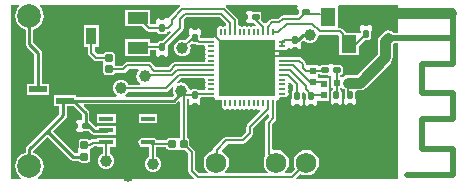
<source format=gtl>
G04 Layer_Physical_Order=1*
G04 Layer_Color=255*
%FSLAX44Y44*%
%MOMM*%
G71*
G01*
G75*
G04:AMPARAMS|DCode=10|XSize=0.5mm|YSize=0.6mm|CornerRadius=0.05mm|HoleSize=0mm|Usage=FLASHONLY|Rotation=0.000|XOffset=0mm|YOffset=0mm|HoleType=Round|Shape=RoundedRectangle|*
%AMROUNDEDRECTD10*
21,1,0.5000,0.5000,0,0,0.0*
21,1,0.4000,0.6000,0,0,0.0*
1,1,0.1000,0.2000,-0.2500*
1,1,0.1000,-0.2000,-0.2500*
1,1,0.1000,-0.2000,0.2500*
1,1,0.1000,0.2000,0.2500*
%
%ADD10ROUNDEDRECTD10*%
G04:AMPARAMS|DCode=11|XSize=0.5mm|YSize=0.6mm|CornerRadius=0.05mm|HoleSize=0mm|Usage=FLASHONLY|Rotation=270.000|XOffset=0mm|YOffset=0mm|HoleType=Round|Shape=RoundedRectangle|*
%AMROUNDEDRECTD11*
21,1,0.5000,0.5000,0,0,270.0*
21,1,0.4000,0.6000,0,0,270.0*
1,1,0.1000,-0.2500,-0.2000*
1,1,0.1000,-0.2500,0.2000*
1,1,0.1000,0.2500,0.2000*
1,1,0.1000,0.2500,-0.2000*
%
%ADD11ROUNDEDRECTD11*%
%ADD12R,0.5000X0.6000*%
G04:AMPARAMS|DCode=13|XSize=0.6mm|YSize=0.6mm|CornerRadius=0.06mm|HoleSize=0mm|Usage=FLASHONLY|Rotation=270.000|XOffset=0mm|YOffset=0mm|HoleType=Round|Shape=RoundedRectangle|*
%AMROUNDEDRECTD13*
21,1,0.6000,0.4800,0,0,270.0*
21,1,0.4800,0.6000,0,0,270.0*
1,1,0.1200,-0.2400,-0.2400*
1,1,0.1200,-0.2400,0.2400*
1,1,0.1200,0.2400,0.2400*
1,1,0.1200,0.2400,-0.2400*
%
%ADD13ROUNDEDRECTD13*%
G04:AMPARAMS|DCode=14|XSize=0.6mm|YSize=0.6mm|CornerRadius=0.06mm|HoleSize=0mm|Usage=FLASHONLY|Rotation=180.000|XOffset=0mm|YOffset=0mm|HoleType=Round|Shape=RoundedRectangle|*
%AMROUNDEDRECTD14*
21,1,0.6000,0.4800,0,0,180.0*
21,1,0.4800,0.6000,0,0,180.0*
1,1,0.1200,-0.2400,0.2400*
1,1,0.1200,0.2400,0.2400*
1,1,0.1200,0.2400,-0.2400*
1,1,0.1200,-0.2400,-0.2400*
%
%ADD14ROUNDEDRECTD14*%
%ADD15R,0.9000X1.4500*%
%ADD16R,1.4000X2.5000*%
%ADD17O,1.2000X0.4000*%
%ADD18R,1.2000X0.4000*%
%ADD19R,0.6000X0.5000*%
%ADD20O,0.6500X0.2000*%
%ADD21O,0.2000X0.6500*%
%ADD22R,4.7000X4.7000*%
%ADD23R,1.3000X1.5000*%
%ADD24R,1.5000X0.6000*%
%ADD25R,1.8000X1.0000*%
%ADD26C,0.2032*%
%ADD27C,0.2540*%
%ADD28C,0.2040*%
%ADD29C,0.9100*%
%ADD30C,0.9000*%
%ADD31C,0.5000*%
%ADD32C,0.2000*%
%ADD33C,1.7500*%
%ADD34C,2.0000*%
%ADD35C,1.0000*%
%ADD36C,0.6600*%
G36*
X947454Y641230D02*
X946670Y640446D01*
Y633602D01*
X935066D01*
X933926Y633376D01*
X932960Y632730D01*
X930952Y630722D01*
X926310D01*
X925978Y630788D01*
X924838Y630561D01*
X923872Y629916D01*
X920962Y627005D01*
X919268Y626903D01*
X916709Y629462D01*
X916771Y629556D01*
X916958Y630494D01*
Y634494D01*
X916771Y635432D01*
X916240Y636228D01*
X915444Y636759D01*
X914506Y636946D01*
X909554D01*
X909006Y637494D01*
X905006D01*
X903756Y636244D01*
Y628744D01*
X905006Y627494D01*
X909006D01*
X909006Y627494D01*
X909006Y627494D01*
X910235Y627513D01*
X912050Y625697D01*
X911910Y625391D01*
X911302Y624650D01*
X910416Y624826D01*
X909282Y624600D01*
X908416Y624021D01*
X907549Y624600D01*
X906416Y624826D01*
X905282Y624600D01*
X904416Y624021D01*
X903549Y624600D01*
X902416Y624826D01*
X901282Y624600D01*
X900416Y624021D01*
X899549Y624600D01*
X898416Y624826D01*
X898380Y624819D01*
X897398Y625624D01*
Y629584D01*
X897398Y629584D01*
X897171Y630726D01*
X896525Y631693D01*
X896525Y631693D01*
X887109Y641109D01*
X886927Y641230D01*
X887313Y642500D01*
X946928D01*
X947454Y641230D01*
D02*
G37*
G36*
X1032500Y618999D02*
X1029181D01*
X1029073Y619162D01*
X1026938Y620588D01*
X1024419Y621090D01*
X1021900Y620588D01*
X1019765Y619162D01*
X1017148Y616545D01*
X1015722Y614410D01*
X1015220Y611891D01*
X1015220Y611891D01*
Y600814D01*
X997740Y583334D01*
X990480D01*
X987961Y582832D01*
X986395Y581786D01*
X985385Y581157D01*
Y581157D01*
X983806D01*
Y583063D01*
X984266Y583155D01*
X985062Y583686D01*
X985593Y584482D01*
X985780Y585420D01*
Y589420D01*
X985593Y590358D01*
X985062Y591154D01*
X984266Y591685D01*
X983328Y591872D01*
X978376D01*
X977828Y592420D01*
X973828D01*
X973280Y591872D01*
X968328D01*
X967390Y591685D01*
X966594Y591154D01*
X966181Y590535D01*
X965459Y590562D01*
X964911Y590746D01*
Y591851D01*
X956101D01*
X956101Y591851D01*
Y591851D01*
X956101Y591851D01*
X954930Y592091D01*
Y592246D01*
X954704Y593386D01*
X954058Y594352D01*
X950940Y597470D01*
X949974Y598116D01*
X948834Y598342D01*
X934666D01*
X934584Y598326D01*
X932416D01*
X931886Y598761D01*
Y603967D01*
X932416Y604402D01*
X934584D01*
X934666Y604386D01*
X934748Y604402D01*
X936916D01*
X938049Y604627D01*
X939010Y605270D01*
X939459Y605942D01*
X940606Y606025D01*
X940885Y605965D01*
X941852Y604998D01*
X949352D01*
X950602Y606248D01*
Y610248D01*
X950310Y610540D01*
X950351Y610959D01*
X951529Y612137D01*
X952796Y612054D01*
X952869Y611959D01*
X954312Y610853D01*
X955991Y610157D01*
X957794Y609919D01*
X959597Y610157D01*
X961276Y610853D01*
X962719Y611959D01*
X963826Y613402D01*
X964521Y615081D01*
X964708Y616499D01*
X965555Y617275D01*
X965962Y617476D01*
X966242Y617420D01*
X981936D01*
X982765Y616591D01*
Y599743D01*
X999575D01*
Y607797D01*
X1004552Y612774D01*
X1007292D01*
X1008230Y612961D01*
X1009026Y613492D01*
X1009557Y614288D01*
X1009744Y615226D01*
Y620178D01*
X1010292Y620726D01*
Y624726D01*
X1009042Y625976D01*
X1001542D01*
X1000292Y624726D01*
Y620726D01*
X1000840Y620178D01*
Y618565D01*
X999575Y618553D01*
X999575Y618553D01*
X999575Y618553D01*
X989227D01*
X985276Y622504D01*
X984309Y623149D01*
X983170Y623376D01*
X982473D01*
X981574Y624274D01*
Y641553D01*
X982354Y642500D01*
X1032500D01*
Y618999D01*
D02*
G37*
G36*
X868962Y579404D02*
X868954Y579364D01*
X869179Y578231D01*
X869758Y577364D01*
X869179Y576497D01*
X868954Y575364D01*
X869179Y574231D01*
X869758Y573364D01*
X869179Y572497D01*
X868954Y571364D01*
X868965Y571308D01*
X868159Y570326D01*
X863860D01*
X863196Y570769D01*
X862258Y570956D01*
X858258D01*
X857320Y570769D01*
X857158Y570662D01*
X855798Y571264D01*
X855727Y571803D01*
X855032Y573482D01*
X853925Y574925D01*
X852482Y576031D01*
X850803Y576727D01*
X849000Y576965D01*
X847197Y576727D01*
X846408Y576400D01*
X845689Y577477D01*
X848598Y580386D01*
X868156D01*
X868962Y579404D01*
D02*
G37*
G36*
X1032500Y495000D02*
X946871D01*
X946385Y496173D01*
X949823Y499611D01*
X952218Y498619D01*
X955000Y498253D01*
X957782Y498619D01*
X960374Y499693D01*
X962599Y501401D01*
X964307Y503627D01*
X965381Y506218D01*
X965747Y509000D01*
X965381Y511782D01*
X964307Y514374D01*
X962599Y516599D01*
X960374Y518307D01*
X957782Y519381D01*
X955000Y519747D01*
X952218Y519381D01*
X949626Y518307D01*
X947401Y516599D01*
X945693Y514374D01*
X944619Y511782D01*
X944253Y509000D01*
X944619Y506218D01*
X945611Y503823D01*
X941766Y499978D01*
X937321D01*
X936913Y501181D01*
X937199Y501401D01*
X938907Y503627D01*
X939981Y506218D01*
X940347Y509000D01*
X939981Y511782D01*
X938907Y514374D01*
X937199Y516599D01*
X934974Y518307D01*
X932382Y519381D01*
X929600Y519747D01*
X927252Y519438D01*
X925982Y520253D01*
Y541765D01*
X928524Y544307D01*
X928524Y544307D01*
X929171Y545274D01*
X929398Y546416D01*
Y559114D01*
X929378Y559216D01*
Y561364D01*
X930124Y562274D01*
X931378D01*
X931886Y562782D01*
Y563968D01*
X932416Y564402D01*
X936916D01*
X938049Y564628D01*
X939010Y565270D01*
X939652Y566231D01*
X939877Y567364D01*
X939652Y568498D01*
X939073Y569364D01*
X939652Y570231D01*
X939877Y571364D01*
X939652Y572497D01*
X939073Y573364D01*
X939652Y574231D01*
X939877Y575364D01*
X939684Y576335D01*
X939728Y576628D01*
X939870Y576872D01*
X941459Y577079D01*
X943894Y574644D01*
Y570235D01*
X943138Y569730D01*
X942607Y568934D01*
X942420Y567996D01*
Y563044D01*
X941872Y562496D01*
Y558496D01*
X943122Y557246D01*
X950622D01*
X951872Y558496D01*
Y562496D01*
X951324Y563044D01*
Y567996D01*
X951305Y568091D01*
X952476Y568716D01*
X954304Y566888D01*
Y562994D01*
X953756Y562446D01*
Y558446D01*
X955006Y557196D01*
X962506D01*
X963756Y558446D01*
Y561348D01*
X965026Y562390D01*
X965101Y562375D01*
Y561041D01*
X973911D01*
Y570851D01*
X973911D01*
Y571041D01*
X973911D01*
Y580851D01*
X965104D01*
X964922Y581973D01*
X964911Y582042D01*
Y583968D01*
X966406D01*
X966594Y583686D01*
X967390Y583155D01*
X968328Y582968D01*
X973280D01*
X973828Y582420D01*
X975558D01*
X975575Y581157D01*
X975575Y581157D01*
X975575Y581157D01*
Y572347D01*
X977850D01*
Y571101D01*
X977462Y571023D01*
X976666Y570492D01*
X976134Y569696D01*
X975948Y568758D01*
Y563806D01*
X975400Y563258D01*
Y559258D01*
X976650Y558008D01*
X984150D01*
X985400Y559258D01*
Y563258D01*
X984852Y563806D01*
Y568758D01*
X984665Y569696D01*
X984134Y570492D01*
X983806Y570711D01*
Y572347D01*
X985385D01*
Y572347D01*
X986395Y571718D01*
X987502Y570979D01*
Y567862D01*
X987632Y567208D01*
Y563806D01*
X987084Y563258D01*
Y559258D01*
X988334Y558008D01*
X995834D01*
X997084Y559258D01*
Y563258D01*
X996536Y563806D01*
Y568758D01*
X996508Y568900D01*
X997444Y570171D01*
X1000466D01*
X1000466Y570171D01*
X1002985Y570672D01*
X1005120Y572098D01*
X1026456Y593434D01*
X1027883Y595569D01*
X1028383Y598088D01*
X1028383Y598088D01*
Y609165D01*
X1029073Y609854D01*
X1029181Y610017D01*
X1032500D01*
Y495000D01*
D02*
G37*
G36*
X848073Y641230D02*
X847891Y641109D01*
X847891Y641109D01*
X838891Y632109D01*
X838409Y631387D01*
X837392Y631092D01*
X836935Y631065D01*
X836750Y631250D01*
X829250D01*
X828000Y630000D01*
Y626000D01*
X827993Y625982D01*
X823235D01*
X822905Y626313D01*
Y638405D01*
X801095D01*
Y624595D01*
X816187D01*
X819891Y620891D01*
X819891Y620891D01*
X820859Y620245D01*
X822000Y620018D01*
X822000Y620018D01*
X828644D01*
X828735Y619562D01*
X829266Y618766D01*
X830062Y618235D01*
X831000Y618048D01*
X835000D01*
X835938Y618235D01*
X836734Y618766D01*
X837265Y619562D01*
X838000Y620018D01*
X839141Y620245D01*
X839412Y620426D01*
X840221Y619439D01*
X832735Y611952D01*
X831000D01*
X830062Y611765D01*
X829266Y611234D01*
X828735Y610438D01*
X828644Y609982D01*
X822905D01*
Y613405D01*
X801095D01*
Y599595D01*
X822905D01*
Y604018D01*
X827993D01*
X828000Y604000D01*
Y600000D01*
X829250Y598750D01*
X836750D01*
X838000Y600000D01*
Y604000D01*
X837452Y604548D01*
Y608234D01*
X850109Y620891D01*
X850109Y620891D01*
X850755Y621859D01*
X850982Y623000D01*
X850982Y623000D01*
Y629765D01*
X853195Y631978D01*
X881765D01*
X887018Y626724D01*
X886984Y625874D01*
X886416Y624826D01*
X885282Y624600D01*
X884416Y624021D01*
X883549Y624600D01*
X882416Y624826D01*
X881282Y624600D01*
X880321Y623958D01*
X879679Y622997D01*
X879454Y621864D01*
Y617364D01*
X879650Y616376D01*
X879571Y616074D01*
X878903Y615106D01*
X877276D01*
Y615106D01*
X876296Y614332D01*
X876006Y614340D01*
X875752Y614390D01*
X865012D01*
X864964Y614438D01*
Y617130D01*
X865478Y617644D01*
X865512Y617678D01*
Y621678D01*
X864262Y622928D01*
X856762D01*
X855512Y621678D01*
Y617678D01*
X856060Y617130D01*
Y616272D01*
X852307Y612519D01*
X851803Y612727D01*
X850000Y612965D01*
X848197Y612727D01*
X846518Y612032D01*
X845075Y610925D01*
X843969Y609482D01*
X843273Y607803D01*
X843035Y606000D01*
X843273Y604197D01*
X843969Y602518D01*
X845075Y601075D01*
X846518Y599968D01*
X848197Y599273D01*
X850000Y599035D01*
X851803Y599273D01*
X853482Y599968D01*
X854925Y601075D01*
X856031Y602518D01*
X856727Y604197D01*
X856965Y606000D01*
X856727Y607803D01*
X856518Y608307D01*
X858033Y609821D01*
X858512Y609726D01*
X861252D01*
X861672Y609306D01*
X862638Y608660D01*
X863778Y608434D01*
X868166D01*
X868971Y607452D01*
X868954Y607364D01*
X869179Y606231D01*
X869758Y605364D01*
X869179Y604497D01*
X868954Y603364D01*
X869179Y602230D01*
X869758Y601364D01*
X869179Y600498D01*
X868954Y599364D01*
X869179Y598231D01*
X869758Y597364D01*
X869179Y596497D01*
X868954Y595364D01*
X868961Y595328D01*
X868155Y594346D01*
X843791D01*
X842649Y594119D01*
X841682Y593473D01*
X841682Y593473D01*
X838132Y589923D01*
X827411D01*
X823951Y593384D01*
X822983Y594030D01*
X821842Y594257D01*
X821842Y594257D01*
X803275D01*
X803275Y594257D01*
X802134Y594030D01*
X801166Y593384D01*
X801166Y593384D01*
X798765Y590982D01*
X793007D01*
X793000Y591000D01*
Y595000D01*
X792862Y595138D01*
X792954Y595600D01*
Y600400D01*
X792760Y601377D01*
X792206Y602206D01*
X791377Y602760D01*
X790400Y602954D01*
X785600D01*
X784623Y602760D01*
X783794Y602206D01*
X783240Y601377D01*
X783162Y600982D01*
X778235D01*
X775982Y603235D01*
Y606845D01*
X779405D01*
Y625155D01*
X766595D01*
Y606845D01*
X770018D01*
Y602000D01*
X770018Y602000D01*
X770245Y600859D01*
X770891Y599891D01*
X774891Y595891D01*
X774891Y595891D01*
X775859Y595245D01*
X777000Y595018D01*
X782993D01*
X783000Y595000D01*
Y591000D01*
X783138Y590862D01*
X783046Y590400D01*
Y585600D01*
X783240Y584623D01*
X783794Y583794D01*
X784623Y583240D01*
X785600Y583046D01*
X790400D01*
X791377Y583240D01*
X792206Y583794D01*
X792760Y584623D01*
X792838Y585018D01*
X800000D01*
X800000Y585018D01*
X801141Y585245D01*
X802109Y585891D01*
X804510Y588293D01*
X812772D01*
X813203Y587023D01*
X813075Y586925D01*
X811969Y585482D01*
X811273Y583803D01*
X811035Y582000D01*
X811273Y580197D01*
X811969Y578518D01*
X813075Y577075D01*
X814153Y576248D01*
X813722Y574978D01*
X804240D01*
X804032Y575482D01*
X802925Y576925D01*
X801482Y578032D01*
X799803Y578727D01*
X798000Y578965D01*
X796197Y578727D01*
X794518Y578032D01*
X793075Y576925D01*
X791969Y575482D01*
X791273Y573803D01*
X791035Y572000D01*
X791273Y570197D01*
X791969Y568518D01*
X793075Y567075D01*
X794467Y566007D01*
X794479Y565880D01*
X794083Y564737D01*
X759905D01*
Y566405D01*
X741095D01*
Y556595D01*
X745763D01*
Y550341D01*
X733711Y538289D01*
X718211Y522789D01*
X717509Y521739D01*
X717263Y520500D01*
Y517545D01*
X714496Y516399D01*
X712009Y514491D01*
X710101Y512004D01*
X708901Y509108D01*
X708492Y506000D01*
X708901Y502892D01*
X710101Y499996D01*
X712009Y497509D01*
X713624Y496270D01*
X713193Y495000D01*
X705000D01*
Y642500D01*
X711411D01*
X711809Y641230D01*
X710101Y639004D01*
X708901Y636108D01*
X708492Y633000D01*
X708901Y629892D01*
X710101Y626996D01*
X712009Y624509D01*
X714496Y622601D01*
X717263Y621455D01*
Y609500D01*
X717509Y608261D01*
X718211Y607211D01*
X724763Y600659D01*
Y575905D01*
X718095D01*
Y566095D01*
X736905D01*
Y575905D01*
X731237D01*
Y602000D01*
X730991Y603239D01*
X730289Y604289D01*
X723737Y610841D01*
Y621455D01*
X726504Y622601D01*
X728991Y624509D01*
X730899Y626996D01*
X732099Y629892D01*
X732508Y633000D01*
X732099Y636108D01*
X730899Y639004D01*
X729191Y641230D01*
X729589Y642500D01*
X847687D01*
X848073Y641230D01*
D02*
G37*
G36*
X842600Y572592D02*
X842273Y571803D01*
X842035Y570000D01*
X842273Y568197D01*
X842960Y566538D01*
X841159Y564737D01*
X801917D01*
X801521Y565880D01*
X801533Y566007D01*
X802925Y567075D01*
X804032Y568518D01*
X804240Y569022D01*
X836000D01*
X837140Y569249D01*
X838106Y569894D01*
X841523Y573311D01*
X842600Y572592D01*
D02*
G37*
G36*
X877276Y563696D02*
Y562274D01*
X882707D01*
X883454Y561364D01*
Y556864D01*
X883679Y555731D01*
X884321Y554770D01*
X885282Y554128D01*
X886416Y553902D01*
X887549Y554128D01*
X888416Y554707D01*
X889282Y554128D01*
X890416Y553902D01*
X891549Y554128D01*
X892416Y554707D01*
X893282Y554128D01*
X894416Y553902D01*
X895549Y554128D01*
X896416Y554707D01*
X897282Y554128D01*
X898416Y553902D01*
X899549Y554128D01*
X900416Y554707D01*
X901282Y554128D01*
X902416Y553902D01*
X903549Y554128D01*
X904416Y554707D01*
X905282Y554128D01*
X906416Y553902D01*
X907549Y554128D01*
X908416Y554707D01*
X909282Y554128D01*
X910416Y553902D01*
X911549Y554128D01*
X912416Y554707D01*
X913282Y554128D01*
X914416Y553902D01*
X915247Y554067D01*
X915651Y553872D01*
X915956Y552584D01*
X915868Y552293D01*
X904966Y541391D01*
X904320Y540424D01*
X904093Y539283D01*
X904093Y539282D01*
Y535310D01*
X899765Y530982D01*
X887000D01*
X887000Y530982D01*
X885859Y530755D01*
X884891Y530109D01*
X884891Y530109D01*
X876891Y522109D01*
X876245Y521141D01*
X876018Y520000D01*
X876018Y520000D01*
Y519380D01*
X873427Y518307D01*
X871201Y516599D01*
X869493Y514374D01*
X868419Y511782D01*
X868053Y509000D01*
X868419Y506218D01*
X869493Y503627D01*
X871201Y501401D01*
X871487Y501181D01*
X871079Y499978D01*
X864234D01*
X860978Y503234D01*
Y518000D01*
X860751Y519140D01*
X860106Y520106D01*
X855954Y524258D01*
Y527400D01*
X855760Y528377D01*
X855206Y529206D01*
X854377Y529760D01*
X853978Y529839D01*
Y563026D01*
X855249D01*
X855258Y563004D01*
Y559004D01*
X856508Y557754D01*
X864008D01*
X865258Y559004D01*
Y563004D01*
X865130Y563132D01*
X865656Y564402D01*
X876416D01*
X877276Y563696D01*
D02*
G37*
G36*
X848022Y560784D02*
Y530009D01*
X848000Y530000D01*
X844000D01*
X843862Y529862D01*
X843400Y529954D01*
X838600D01*
X837623Y529760D01*
X836794Y529206D01*
X836240Y528377D01*
X836161Y527978D01*
X828292D01*
X827565Y529065D01*
X826274Y529928D01*
X824750Y530232D01*
X816750D01*
X815226Y529928D01*
X813935Y529065D01*
X813072Y527774D01*
X812768Y526250D01*
X813072Y524726D01*
X813935Y523435D01*
X815226Y522572D01*
X816750Y522268D01*
X822020D01*
Y514239D01*
X821516Y514030D01*
X820074Y512924D01*
X818967Y511481D01*
X818271Y509801D01*
X818034Y507999D01*
X818271Y506196D01*
X818967Y504517D01*
X820074Y503074D01*
X821516Y501968D01*
X823196Y501272D01*
X824998Y501034D01*
X826801Y501272D01*
X828481Y501968D01*
X829923Y503074D01*
X831030Y504517D01*
X831726Y506196D01*
X831963Y507999D01*
X831726Y509801D01*
X831030Y511481D01*
X829923Y512924D01*
X828481Y514030D01*
X827977Y514239D01*
Y522022D01*
X836161D01*
X836240Y521623D01*
X836794Y520794D01*
X837623Y520240D01*
X838600Y520046D01*
X843400D01*
X843862Y520138D01*
X844000Y520000D01*
X848000D01*
X848138Y520138D01*
X848600Y520046D01*
X851742D01*
X855022Y516766D01*
Y502000D01*
X855248Y500860D01*
X855894Y499894D01*
X859615Y496173D01*
X859129Y495000D01*
X727807D01*
X727376Y496270D01*
X728991Y497509D01*
X730899Y499996D01*
X732099Y502892D01*
X732508Y506000D01*
X732099Y509108D01*
X730899Y512004D01*
X728991Y514491D01*
X726504Y516399D01*
X723737Y517545D01*
Y519159D01*
X735500Y530922D01*
X754711Y511711D01*
X755761Y511009D01*
X757000Y510763D01*
X762212D01*
X762240Y510623D01*
X762794Y509794D01*
X763623Y509240D01*
X764600Y509046D01*
X769400D01*
X770377Y509240D01*
X771206Y509794D01*
X771760Y510623D01*
X771954Y511600D01*
Y516400D01*
X771862Y516862D01*
X772000Y517000D01*
Y520842D01*
X773140Y521248D01*
X773140Y521249D01*
X773140D01*
Y521249D01*
X774106Y521894D01*
X774114Y521902D01*
X775234Y523022D01*
X777595D01*
Y522345D01*
X782522D01*
Y516740D01*
X782018Y516531D01*
X780575Y515425D01*
X779469Y513982D01*
X778773Y512303D01*
X778535Y510500D01*
X778773Y508697D01*
X779469Y507018D01*
X780575Y505575D01*
X782018Y504468D01*
X783697Y503773D01*
X785500Y503535D01*
X787303Y503773D01*
X788982Y504468D01*
X790425Y505575D01*
X791532Y507018D01*
X792227Y508697D01*
X792465Y510500D01*
X792227Y512303D01*
X791532Y513982D01*
X790425Y515425D01*
X788982Y516531D01*
X788478Y516740D01*
Y522345D01*
X793405D01*
Y530155D01*
X777595D01*
Y528978D01*
X774000D01*
X772860Y528751D01*
X771894Y528106D01*
X771229Y528171D01*
X771206Y528206D01*
X770377Y528760D01*
X769400Y528954D01*
X764600D01*
X763623Y528760D01*
X762794Y528206D01*
X762240Y527377D01*
X762046Y526400D01*
Y521600D01*
X762138Y521138D01*
X762000Y521000D01*
Y517237D01*
X758341D01*
X740078Y535500D01*
X751289Y546711D01*
X751991Y547761D01*
X752237Y549000D01*
Y556595D01*
X757827D01*
X764763Y549659D01*
Y545000D01*
X761000D01*
X759750Y543750D01*
Y536250D01*
X761000Y535000D01*
X765000D01*
X765548Y535548D01*
X770500D01*
X770812Y535610D01*
X772711Y533711D01*
X773761Y533009D01*
X775000Y532763D01*
X777595D01*
Y532345D01*
X793405D01*
Y540155D01*
X777595D01*
Y539276D01*
X776325Y539253D01*
X773289Y542289D01*
X772834Y542593D01*
X772765Y542938D01*
X772234Y543734D01*
X771438Y544266D01*
X771237Y544305D01*
Y551000D01*
X770991Y552239D01*
X770289Y553289D01*
X766489Y557089D01*
X766975Y558263D01*
X842500D01*
X843739Y558509D01*
X844789Y559211D01*
X846848Y561270D01*
X848022Y560784D01*
D02*
G37*
G36*
X923433Y549764D02*
Y547651D01*
X920891Y545109D01*
X920245Y544141D01*
X920018Y543000D01*
X920018Y543000D01*
Y516000D01*
X920018Y516000D01*
X920245Y514859D01*
X920441Y514566D01*
X920293Y514374D01*
X919219Y511782D01*
X918853Y509000D01*
X919219Y506218D01*
X920293Y503627D01*
X922001Y501401D01*
X922287Y501181D01*
X921879Y499978D01*
X886521D01*
X886113Y501181D01*
X886399Y501401D01*
X888107Y503627D01*
X889181Y506218D01*
X889547Y509000D01*
X889181Y511782D01*
X888107Y514374D01*
X886399Y516599D01*
X884174Y518307D01*
X883356Y518646D01*
X883109Y519891D01*
X888235Y525018D01*
X901000D01*
X901000Y525018D01*
X902141Y525245D01*
X903109Y525891D01*
X909184Y531966D01*
X909184Y531966D01*
X909830Y532934D01*
X909868Y533123D01*
X910057Y534075D01*
X910057Y534075D01*
Y538047D01*
X922260Y550250D01*
X923433Y549764D01*
D02*
G37*
%LPC*%
G36*
X828905Y550155D02*
X813095D01*
Y542345D01*
X828905D01*
Y550155D01*
D02*
G37*
G36*
X793405D02*
X777595D01*
Y542345D01*
X793405D01*
Y550155D01*
D02*
G37*
%LPD*%
D10*
X992084Y556258D02*
D03*
Y566258D02*
D03*
X980400Y556258D02*
D03*
Y566258D02*
D03*
X1005292Y627726D02*
D03*
Y617726D02*
D03*
X860512Y624678D02*
D03*
Y614678D02*
D03*
X945602Y603248D02*
D03*
Y613248D02*
D03*
X946872Y555496D02*
D03*
Y565496D02*
D03*
X860258Y556004D02*
D03*
Y566004D02*
D03*
X833000Y597000D02*
D03*
Y607000D02*
D03*
Y633000D02*
D03*
Y623000D02*
D03*
X958756Y555446D02*
D03*
Y565446D02*
D03*
D11*
X944920Y636696D02*
D03*
X954920D02*
D03*
X912006Y632494D02*
D03*
X902006D02*
D03*
X980828Y587420D02*
D03*
X970828D02*
D03*
X758000Y540000D02*
D03*
X768000D02*
D03*
D12*
X960506Y576946D02*
D03*
Y586946D02*
D03*
X969506Y565946D02*
D03*
Y575946D02*
D03*
D13*
X851000Y525000D02*
D03*
X841000D02*
D03*
D14*
X767000Y514000D02*
D03*
Y524000D02*
D03*
X788000Y588000D02*
D03*
Y598000D02*
D03*
D15*
X773000Y616000D02*
D03*
X753000D02*
D03*
D16*
X803000Y536000D02*
D03*
D17*
X820750Y526250D02*
D03*
D18*
Y536250D02*
D03*
X821000Y546250D02*
D03*
X785500Y526250D02*
D03*
Y536250D02*
D03*
Y546250D02*
D03*
D19*
X990480Y576752D02*
D03*
X980480D02*
D03*
D20*
X874166Y567364D02*
D03*
Y571364D02*
D03*
Y599364D02*
D03*
Y607364D02*
D03*
Y603364D02*
D03*
Y611364D02*
D03*
X934666Y571364D02*
D03*
Y567364D02*
D03*
Y575364D02*
D03*
Y579364D02*
D03*
Y583364D02*
D03*
Y591364D02*
D03*
Y587364D02*
D03*
Y599364D02*
D03*
Y595364D02*
D03*
Y607364D02*
D03*
Y603364D02*
D03*
Y611364D02*
D03*
X874166Y595364D02*
D03*
Y583364D02*
D03*
Y579364D02*
D03*
Y575364D02*
D03*
Y587364D02*
D03*
Y591364D02*
D03*
D21*
X886416Y559114D02*
D03*
X882416D02*
D03*
X898416D02*
D03*
X890416D02*
D03*
X894416D02*
D03*
X882416Y619614D02*
D03*
X894416D02*
D03*
X886416D02*
D03*
X890416D02*
D03*
X906416Y559114D02*
D03*
X902416D02*
D03*
X922416D02*
D03*
X910416D02*
D03*
X914416D02*
D03*
X918416D02*
D03*
X926416D02*
D03*
X906416Y619614D02*
D03*
X910416D02*
D03*
X898416D02*
D03*
X902416D02*
D03*
X922416D02*
D03*
X914416D02*
D03*
X918416D02*
D03*
X926416D02*
D03*
D22*
X904416Y589364D02*
D03*
D23*
X991170Y632148D02*
D03*
Y609148D02*
D03*
X973169Y632148D02*
D03*
Y609148D02*
D03*
D24*
X750500Y561500D02*
D03*
Y580500D02*
D03*
X727500Y571000D02*
D03*
D25*
X812000Y606500D02*
D03*
Y631500D02*
D03*
D26*
X818000Y582000D02*
X819000Y583000D01*
X824000Y525000D02*
X841000D01*
X824000D02*
X824998Y524002D01*
X822000Y527000D02*
X824000Y525000D01*
X824998Y507999D02*
Y524002D01*
X785500Y510500D02*
Y526250D01*
X851000Y568000D02*
X852996Y566004D01*
X849000Y570000D02*
X851000Y568000D01*
Y525000D02*
Y568000D01*
X852996Y566004D02*
X860258D01*
X850000Y606000D02*
X858678Y614678D01*
X860512D01*
X774000Y526000D02*
X785000D01*
X772000Y524000D02*
X774000Y526000D01*
X767000Y524000D02*
X772000D01*
X876260Y617520D02*
X886416Y607364D01*
X876260Y617520D02*
Y617733D01*
X934666Y591364D02*
X943690D01*
X934666Y587364D02*
X941088D01*
X932958D02*
X934666D01*
X932902Y587420D02*
X932958Y587364D01*
X934666Y599380D02*
X941734D01*
X922234Y599612D02*
X922482Y599364D01*
X934666D01*
X922234Y603676D02*
X922546Y603364D01*
X934666D01*
X882416Y567364D02*
Y568684D01*
X882610Y568878D01*
X863778Y611412D02*
X875752D01*
X860512Y614678D02*
X863778Y611412D01*
X980480Y567180D02*
X980828Y567528D01*
X980400Y567100D02*
X980480Y567180D01*
Y566592D02*
Y567180D01*
X980828Y567528D02*
Y587420D01*
X938236Y626560D02*
X960080D01*
X966242Y620398D02*
X983170D01*
X960080Y626560D02*
X966242Y620398D01*
X922416Y624248D02*
X925978Y627810D01*
X932186Y627744D02*
X935066Y630624D01*
X954920Y635172D02*
X966336D01*
X926044Y627744D02*
X932186D01*
X935066Y630624D02*
X948848D01*
X954920Y636696D01*
X904416Y589364D02*
X904542D01*
X934666Y599380D02*
Y603364D01*
Y599364D02*
Y599380D01*
Y607364D02*
Y611364D01*
X936550Y613248D02*
X945602D01*
X934666Y611364D02*
X936550Y613248D01*
X931290Y619614D02*
X938236Y626560D01*
X926416Y619614D02*
X931290D01*
X922416D02*
Y624248D01*
X946872Y565750D02*
Y575878D01*
X939386Y583364D02*
X946872Y575878D01*
X934666Y583364D02*
X939386D01*
X941734Y599380D02*
X945602Y603248D01*
X990480Y567862D02*
X992084Y566258D01*
X990480Y567862D02*
Y576752D01*
X980400Y566512D02*
X980480Y566592D01*
X954920Y635172D02*
Y636696D01*
X958756Y565446D02*
X959256Y565946D01*
X969506D01*
X968506Y576946D02*
X969506Y575946D01*
X960506Y586946D02*
X970506D01*
X970756Y587196D01*
X958756Y565446D02*
Y566648D01*
X983170Y620398D02*
X991170Y612398D01*
Y609148D02*
Y612398D01*
X912006Y632744D02*
X912506Y632244D01*
X911760Y632494D02*
X912006D01*
X918416Y619614D02*
Y623575D01*
X912006Y629953D02*
X918384Y623575D01*
X912006Y629953D02*
Y631744D01*
X993904Y604164D02*
X994810Y603258D01*
X960506Y576946D02*
X968506D01*
X970146Y635172D02*
X973169Y632148D01*
X943690Y591364D02*
X958108Y576946D01*
X960506D01*
X941088Y587364D02*
X954238Y574214D01*
Y571166D02*
Y574214D01*
Y571166D02*
X958756Y566648D01*
X991170Y609148D02*
X996714D01*
X1005292Y617726D01*
X927000Y635792D02*
X927620Y635172D01*
X948834Y595364D02*
X951952Y592246D01*
X934666Y595364D02*
X948834D01*
X951952Y588944D02*
X954238Y586658D01*
X960218D01*
X960506Y586946D01*
X951952Y588944D02*
Y592246D01*
X924774Y636696D02*
X925078Y637000D01*
X945000D01*
X943000Y497000D02*
X955000Y509000D01*
X863000Y497000D02*
X943000D01*
X858000Y502000D02*
X863000Y497000D01*
X858000Y502000D02*
Y518000D01*
X851000Y525000D02*
X858000Y518000D01*
X798000Y572000D02*
X836000D01*
X847364Y583364D01*
X874166D01*
X819000Y583000D02*
X841000D01*
X845364Y587364D01*
X874166D01*
D27*
X757500Y561500D02*
X842500D01*
X849000Y568000D01*
Y570000D01*
X749000Y549000D02*
Y561500D01*
X750500D02*
X757500D01*
X736000Y536000D02*
X749000Y549000D01*
X720500Y520500D02*
X736000Y536000D01*
Y535000D02*
Y536000D01*
Y535000D02*
X757000Y514000D01*
X767000D01*
X775000Y536000D02*
X786000D01*
X771000Y540000D02*
X775000Y536000D01*
X768000Y540000D02*
X771000D01*
X757500Y561500D02*
X768000Y551000D01*
Y540000D02*
Y551000D01*
X882416Y567364D02*
X883270Y568218D01*
X886416Y571364D02*
X898416Y583364D01*
X951698Y616884D02*
X957794D01*
X948062Y613248D02*
X951698Y616884D01*
X945602Y613248D02*
X948062D01*
X720500Y506000D02*
Y520500D01*
Y609500D02*
Y633000D01*
Y609500D02*
X728000Y602000D01*
Y571000D02*
Y602000D01*
D28*
X814000Y607000D02*
X814000Y607000D01*
X833000D01*
X814000Y631000D02*
X822000Y623000D01*
X833000D01*
X883000Y634960D02*
X890416Y627544D01*
Y619614D02*
Y627544D01*
X833000Y623000D02*
X838000D01*
X841000Y626000D01*
Y630000D01*
X850000Y639000D01*
X885000D01*
X894416Y629584D01*
Y619614D02*
Y629584D01*
X833000Y608000D02*
X848000Y623000D01*
Y631000D01*
X851960Y634960D01*
X852000Y635000D01*
X851960Y634960D02*
X883000D01*
X907075Y534075D02*
Y539283D01*
X901000Y528000D02*
X907075Y534075D01*
X887000Y528000D02*
X901000D01*
X907075Y539283D02*
X922416Y554623D01*
X923000Y543000D02*
X926416Y546416D01*
X879000Y520000D02*
X887000Y528000D01*
X879000Y509000D02*
Y520000D01*
X923000Y516000D02*
Y543000D01*
Y516000D02*
X930000Y509000D01*
X777000Y598000D02*
X788000D01*
X773000Y602000D02*
X777000Y598000D01*
X773000Y602000D02*
Y616000D01*
Y617000D01*
X843791Y591364D02*
X874166D01*
X839368Y586941D02*
X843791Y591364D01*
X826176Y586941D02*
X839368D01*
X821842Y591275D02*
X826176Y586941D01*
X803275Y591275D02*
X821842D01*
X789000Y589000D02*
X790000Y588000D01*
X800000D01*
X803275Y591275D01*
D29*
X1000466Y576752D02*
X1021802Y598088D01*
X990480Y576752D02*
X1000466D01*
X1021802Y598088D02*
Y611891D01*
X1024419Y614508D01*
D30*
X1030772Y635398D02*
X1077522D01*
D31*
X1079522Y498648D02*
Y520648D01*
X1053022D02*
X1079522D01*
X1053022D02*
Y545648D01*
X1053022D02*
X1079522D01*
Y567648D01*
X1053022D02*
X1079522D01*
X1053022D02*
Y592648D01*
X1079522D01*
Y614508D02*
Y637398D01*
Y592648D02*
Y614508D01*
X1040040Y498648D02*
X1079522D01*
X1024419Y614508D02*
X1079522D01*
D32*
X860776Y567364D02*
X874166D01*
X922416Y554623D02*
Y559114D01*
X926416Y546416D02*
Y559114D01*
D33*
X904200Y509000D02*
D03*
X878800D02*
D03*
X929600D02*
D03*
X955000D02*
D03*
D34*
X720500Y633000D02*
D03*
Y506000D02*
D03*
D35*
X818000Y582000D02*
D03*
X798000Y572000D02*
D03*
X824998Y507999D02*
D03*
X785500Y510500D02*
D03*
X850000Y606000D02*
D03*
X849000Y570000D02*
D03*
X775000Y576000D02*
D03*
X1005000Y507500D02*
D03*
X1025000D02*
D03*
X957794Y603930D02*
D03*
X1016976Y626282D02*
D03*
X1026120Y635934D02*
D03*
X990000Y502000D02*
D03*
X1010372Y525190D02*
D03*
X1025866Y525698D02*
D03*
Y539922D02*
D03*
Y553638D02*
D03*
Y566846D02*
D03*
Y580308D02*
D03*
X749000Y599000D02*
D03*
X736000Y518000D02*
D03*
X1008848Y563290D02*
D03*
X1006562Y605708D02*
D03*
X895000Y536000D02*
D03*
X957794Y616884D02*
D03*
X780000Y633000D02*
D03*
X969478Y553892D02*
D03*
X763000Y633000D02*
D03*
X924774Y636696D02*
D03*
X840000Y550000D02*
D03*
X933000Y537000D02*
D03*
X915000Y536000D02*
D03*
X877000D02*
D03*
X848000Y505000D02*
D03*
X804000Y498000D02*
D03*
X717500Y590000D02*
D03*
Y542500D02*
D03*
D36*
X886416Y583364D02*
D03*
Y571364D02*
D03*
X898416Y583364D02*
D03*
Y571364D02*
D03*
X886416Y595364D02*
D03*
X898416D02*
D03*
X886416Y607364D02*
D03*
X898416D02*
D03*
X910416Y571364D02*
D03*
Y583364D02*
D03*
X922416Y571364D02*
D03*
Y583364D02*
D03*
X910416Y595364D02*
D03*
Y607364D02*
D03*
X922416D02*
D03*
Y595364D02*
D03*
M02*

</source>
